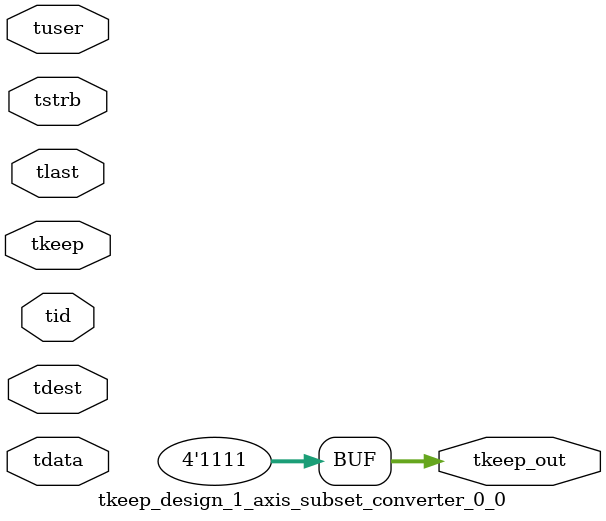
<source format=v>


`timescale 1ps/1ps

module tkeep_design_1_axis_subset_converter_0_0 #
(
parameter C_S_AXIS_TDATA_WIDTH = 32,
parameter C_S_AXIS_TUSER_WIDTH = 0,
parameter C_S_AXIS_TID_WIDTH   = 0,
parameter C_S_AXIS_TDEST_WIDTH = 0,
parameter C_M_AXIS_TDATA_WIDTH = 32
)
(
input  [(C_S_AXIS_TDATA_WIDTH == 0 ? 1 : C_S_AXIS_TDATA_WIDTH)-1:0     ] tdata,
input  [(C_S_AXIS_TUSER_WIDTH == 0 ? 1 : C_S_AXIS_TUSER_WIDTH)-1:0     ] tuser,
input  [(C_S_AXIS_TID_WIDTH   == 0 ? 1 : C_S_AXIS_TID_WIDTH)-1:0       ] tid,
input  [(C_S_AXIS_TDEST_WIDTH == 0 ? 1 : C_S_AXIS_TDEST_WIDTH)-1:0     ] tdest,
input  [(C_S_AXIS_TDATA_WIDTH/8)-1:0 ] tkeep,
input  [(C_S_AXIS_TDATA_WIDTH/8)-1:0 ] tstrb,
input                                                                    tlast,
output [(C_M_AXIS_TDATA_WIDTH/8)-1:0 ] tkeep_out
);

assign tkeep_out = {16'b1111111111111111};

endmodule


</source>
